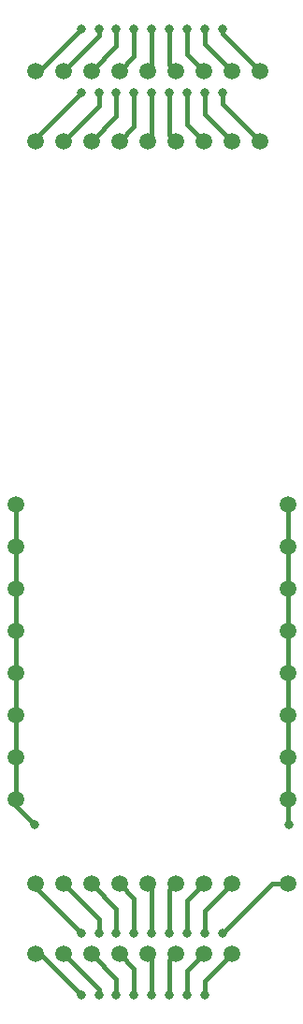
<source format=gbr>
G04 #@! TF.GenerationSoftware,KiCad,Pcbnew,5.0.2-bee76a0~70~ubuntu18.04.1*
G04 #@! TF.CreationDate,2019-05-09T10:06:10+02:00*
G04 #@! TF.ProjectId,breadboard,62726561-6462-46f6-9172-642e6b696361,rev?*
G04 #@! TF.SameCoordinates,Original*
G04 #@! TF.FileFunction,Copper,L1,Top*
G04 #@! TF.FilePolarity,Positive*
%FSLAX46Y46*%
G04 Gerber Fmt 4.6, Leading zero omitted, Abs format (unit mm)*
G04 Created by KiCad (PCBNEW 5.0.2-bee76a0~70~ubuntu18.04.1) date jeu. 09 mai 2019 10:06:10 CEST*
%MOMM*%
%LPD*%
G01*
G04 APERTURE LIST*
G04 #@! TA.AperFunction,BGAPad,CuDef*
%ADD10C,1.500000*%
G04 #@! TD*
G04 #@! TA.AperFunction,ViaPad*
%ADD11C,0.800000*%
G04 #@! TD*
G04 #@! TA.AperFunction,Conductor*
%ADD12C,0.400000*%
G04 #@! TD*
G04 APERTURE END LIST*
D10*
G04 #@! TO.P,TP38,1*
G04 #@! TO.N,Net-(P2-Pad19)*
X111760000Y-70358000D03*
G04 #@! TD*
G04 #@! TO.P,TP50,1*
G04 #@! TO.N,Net-(P2-Pad32)*
X104140000Y-64008000D03*
G04 #@! TD*
G04 #@! TO.P,TP49,1*
G04 #@! TO.N,Net-(P2-Pad28)*
X106680000Y-64008000D03*
G04 #@! TD*
G04 #@! TO.P,TP48,1*
G04 #@! TO.N,Net-(P2-Pad24)*
X109220000Y-64008000D03*
G04 #@! TD*
G04 #@! TO.P,TP47,1*
G04 #@! TO.N,Net-(P2-Pad20)*
X111760000Y-64008000D03*
G04 #@! TD*
G04 #@! TO.P,TP46,1*
G04 #@! TO.N,Net-(P2-Pad16)*
X114300000Y-64008000D03*
G04 #@! TD*
G04 #@! TO.P,TP45,1*
G04 #@! TO.N,Net-(P2-Pad12)*
X116840000Y-64008000D03*
G04 #@! TD*
G04 #@! TO.P,TP44,1*
G04 #@! TO.N,Net-(P2-Pad8)*
X119380000Y-64008000D03*
G04 #@! TD*
G04 #@! TO.P,TP43,1*
G04 #@! TO.N,Net-(P2-Pad4)*
X121920000Y-64008000D03*
G04 #@! TD*
G04 #@! TO.P,TP42,1*
G04 #@! TO.N,Net-(P2-Pad35)*
X101600000Y-70358000D03*
G04 #@! TD*
G04 #@! TO.P,TP41,1*
G04 #@! TO.N,Net-(P2-Pad31)*
X104140000Y-70358000D03*
G04 #@! TD*
G04 #@! TO.P,TP40,1*
G04 #@! TO.N,Net-(P2-Pad27)*
X106680000Y-70358000D03*
G04 #@! TD*
G04 #@! TO.P,TP39,1*
G04 #@! TO.N,Net-(P2-Pad23)*
X109220000Y-70358000D03*
G04 #@! TD*
G04 #@! TO.P,TP37,1*
G04 #@! TO.N,Net-(P2-Pad15)*
X114300000Y-70358000D03*
G04 #@! TD*
G04 #@! TO.P,TP36,1*
G04 #@! TO.N,Net-(P2-Pad11)*
X116840000Y-70358000D03*
G04 #@! TD*
G04 #@! TO.P,TP35,1*
G04 #@! TO.N,Net-(P2-Pad7)*
X119380000Y-70358000D03*
G04 #@! TD*
G04 #@! TO.P,TP34,1*
G04 #@! TO.N,Net-(P2-Pad3)*
X121920000Y-70358000D03*
G04 #@! TD*
G04 #@! TO.P,TP51,1*
G04 #@! TO.N,Net-(P2-Pad36)*
X101600000Y-64008000D03*
G04 #@! TD*
G04 #@! TO.P,TP32,1*
G04 #@! TO.N,+3V3*
X99822000Y-118491000D03*
G04 #@! TD*
G04 #@! TO.P,TP31,1*
G04 #@! TO.N,+3V3*
X99822000Y-107061000D03*
G04 #@! TD*
G04 #@! TO.P,TP30,1*
G04 #@! TO.N,+3V3*
X99822000Y-122301000D03*
G04 #@! TD*
G04 #@! TO.P,TP29,1*
G04 #@! TO.N,+3V3*
X99822000Y-126111000D03*
G04 #@! TD*
G04 #@! TO.P,TP28,1*
G04 #@! TO.N,+3V3*
X99822000Y-110871000D03*
G04 #@! TD*
G04 #@! TO.P,TP27,1*
G04 #@! TO.N,+3V3*
X99822000Y-129921000D03*
G04 #@! TD*
G04 #@! TO.P,TP26,1*
G04 #@! TO.N,+3V3*
X99822000Y-114681000D03*
G04 #@! TD*
G04 #@! TO.P,TP24,1*
G04 #@! TO.N,GNDA*
X124460000Y-114681000D03*
G04 #@! TD*
G04 #@! TO.P,TP23,1*
G04 #@! TO.N,GNDA*
X124460000Y-107061000D03*
G04 #@! TD*
G04 #@! TO.P,TP22,1*
G04 #@! TO.N,GNDA*
X124460000Y-103251000D03*
G04 #@! TD*
G04 #@! TO.P,TP21,1*
G04 #@! TO.N,GNDA*
X124460000Y-118491000D03*
G04 #@! TD*
G04 #@! TO.P,TP20,1*
G04 #@! TO.N,GNDA*
X124460000Y-110871000D03*
G04 #@! TD*
G04 #@! TO.P,TP19,1*
G04 #@! TO.N,GNDA*
X124460000Y-122301000D03*
G04 #@! TD*
G04 #@! TO.P,TP33,1*
G04 #@! TO.N,+3V3*
X99822000Y-103251000D03*
G04 #@! TD*
G04 #@! TO.P,TP18,1*
G04 #@! TO.N,GNDA*
X124460000Y-129921000D03*
G04 #@! TD*
G04 #@! TO.P,TP25,1*
G04 #@! TO.N,GNDA*
X124460000Y-126111000D03*
G04 #@! TD*
G04 #@! TO.P,TP17,1*
G04 #@! TO.N,Net-(P1-Pad36)*
X101600000Y-137541000D03*
G04 #@! TD*
G04 #@! TO.P,TP16,1*
G04 #@! TO.N,Net-(P1-Pad32)*
X104140000Y-137541000D03*
G04 #@! TD*
G04 #@! TO.P,TP15,1*
G04 #@! TO.N,Net-(P1-Pad28)*
X106680000Y-137541000D03*
G04 #@! TD*
G04 #@! TO.P,TP14,1*
G04 #@! TO.N,Net-(P1-Pad24)*
X109220000Y-137541000D03*
G04 #@! TD*
G04 #@! TO.P,TP13,1*
G04 #@! TO.N,Net-(P1-Pad20)*
X111760000Y-137541000D03*
G04 #@! TD*
G04 #@! TO.P,TP12,1*
G04 #@! TO.N,Net-(P1-Pad16)*
X114300000Y-137541000D03*
G04 #@! TD*
G04 #@! TO.P,TP11,1*
G04 #@! TO.N,Net-(P1-Pad12)*
X116840000Y-137541000D03*
G04 #@! TD*
G04 #@! TO.P,TP10,1*
G04 #@! TO.N,Net-(P1-Pad8)*
X119380000Y-137541000D03*
G04 #@! TD*
G04 #@! TO.P,TP9,1*
G04 #@! TO.N,Net-(P1-Pad35)*
X101600000Y-143891000D03*
G04 #@! TD*
G04 #@! TO.P,TP8,1*
G04 #@! TO.N,Net-(P1-Pad31)*
X104140000Y-143891000D03*
G04 #@! TD*
G04 #@! TO.P,TP7,1*
G04 #@! TO.N,Net-(P1-Pad27)*
X106680000Y-143891000D03*
G04 #@! TD*
G04 #@! TO.P,TP6,1*
G04 #@! TO.N,Net-(P1-Pad23)*
X109220000Y-143891000D03*
G04 #@! TD*
G04 #@! TO.P,TP5,1*
G04 #@! TO.N,Net-(P1-Pad19)*
X111760000Y-143891000D03*
G04 #@! TD*
G04 #@! TO.P,TP4,1*
G04 #@! TO.N,Net-(P1-Pad15)*
X114300000Y-143891000D03*
G04 #@! TD*
G04 #@! TO.P,TP3,1*
G04 #@! TO.N,Net-(P1-Pad11)*
X116840000Y-143891000D03*
G04 #@! TD*
G04 #@! TO.P,TP2,1*
G04 #@! TO.N,Net-(P1-Pad7)*
X119380000Y-143891000D03*
G04 #@! TD*
G04 #@! TO.P,TP1,1*
G04 #@! TO.N,Net-(P1-Pad4)*
X124460000Y-137541000D03*
G04 #@! TD*
D11*
G04 #@! TO.N,GNDA*
X124551017Y-132211027D03*
G04 #@! TO.N,Net-(P1-Pad7)*
X116951017Y-147611027D03*
G04 #@! TO.N,Net-(P1-Pad19)*
X112151017Y-147611027D03*
G04 #@! TO.N,Net-(P1-Pad11)*
X115351017Y-147611027D03*
G04 #@! TO.N,Net-(P1-Pad15)*
X113751017Y-147611027D03*
G04 #@! TO.N,Net-(P1-Pad23)*
X110551017Y-147611027D03*
G04 #@! TO.N,Net-(P1-Pad27)*
X108951017Y-147611027D03*
G04 #@! TO.N,Net-(P1-Pad28)*
X108951017Y-142011027D03*
G04 #@! TO.N,Net-(P1-Pad8)*
X116951017Y-142011027D03*
G04 #@! TO.N,Net-(P1-Pad4)*
X118551017Y-142011027D03*
G04 #@! TO.N,Net-(P1-Pad16)*
X113751017Y-142011027D03*
G04 #@! TO.N,Net-(P1-Pad12)*
X115351017Y-142011027D03*
G04 #@! TO.N,Net-(P1-Pad24)*
X110551017Y-142011027D03*
G04 #@! TO.N,Net-(P1-Pad20)*
X112151017Y-142011027D03*
G04 #@! TO.N,Net-(P1-Pad31)*
X107351017Y-147611027D03*
G04 #@! TO.N,Net-(P1-Pad35)*
X105751017Y-147611027D03*
G04 #@! TO.N,Net-(P1-Pad32)*
X107351017Y-142011027D03*
G04 #@! TO.N,+3V3*
X101551017Y-132211027D03*
G04 #@! TO.N,Net-(P1-Pad36)*
X105751017Y-142011027D03*
G04 #@! TO.N,Net-(P2-Pad36)*
X105751017Y-60211027D03*
G04 #@! TO.N,Net-(P2-Pad32)*
X107351017Y-60211027D03*
G04 #@! TO.N,Net-(P2-Pad35)*
X105751017Y-66011027D03*
G04 #@! TO.N,Net-(P2-Pad31)*
X107351017Y-66011027D03*
G04 #@! TO.N,Net-(P2-Pad20)*
X112151017Y-60211027D03*
G04 #@! TO.N,Net-(P2-Pad24)*
X110551017Y-60211027D03*
G04 #@! TO.N,Net-(P2-Pad12)*
X115351017Y-60211027D03*
G04 #@! TO.N,Net-(P2-Pad16)*
X113751017Y-60211027D03*
G04 #@! TO.N,Net-(P2-Pad4)*
X118551017Y-60211027D03*
G04 #@! TO.N,Net-(P2-Pad8)*
X116951017Y-60211027D03*
G04 #@! TO.N,Net-(P2-Pad28)*
X108951017Y-60211027D03*
G04 #@! TO.N,Net-(P2-Pad27)*
X108951017Y-66011027D03*
G04 #@! TO.N,Net-(P2-Pad23)*
X110551017Y-66011027D03*
G04 #@! TO.N,Net-(P2-Pad15)*
X113751017Y-66011027D03*
G04 #@! TO.N,Net-(P2-Pad11)*
X115351017Y-66011027D03*
G04 #@! TO.N,Net-(P2-Pad19)*
X112151017Y-66011027D03*
G04 #@! TO.N,Net-(P2-Pad7)*
X116951017Y-66011027D03*
G04 #@! TO.N,Net-(P2-Pad3)*
X118551017Y-66011027D03*
G04 #@! TD*
D12*
G04 #@! TO.N,GNDA*
X124460000Y-132120010D02*
X124551017Y-132211027D01*
X124460000Y-103251000D02*
X124460000Y-132120010D01*
G04 #@! TO.N,Net-(P1-Pad7)*
X116951017Y-146319983D02*
X119380000Y-143891000D01*
X116951017Y-147611027D02*
X116951017Y-146319983D01*
G04 #@! TO.N,Net-(P1-Pad19)*
X112151017Y-144282017D02*
X111760000Y-143891000D01*
X112151017Y-147611027D02*
X112151017Y-144282017D01*
G04 #@! TO.N,Net-(P1-Pad11)*
X115351017Y-145379983D02*
X116840000Y-143891000D01*
X115351017Y-147611027D02*
X115351017Y-145379983D01*
G04 #@! TO.N,Net-(P1-Pad15)*
X113751017Y-144439983D02*
X114300000Y-143891000D01*
X113751017Y-147611027D02*
X113751017Y-144439983D01*
G04 #@! TO.N,Net-(P1-Pad23)*
X110551017Y-145222017D02*
X109220000Y-143891000D01*
X110551017Y-147611027D02*
X110551017Y-145222017D01*
G04 #@! TO.N,Net-(P1-Pad27)*
X108951017Y-146162017D02*
X106680000Y-143891000D01*
X108951017Y-147611027D02*
X108951017Y-146162017D01*
G04 #@! TO.N,Net-(P1-Pad28)*
X108951017Y-139812017D02*
X106680000Y-137541000D01*
X108951017Y-142011027D02*
X108951017Y-139812017D01*
G04 #@! TO.N,Net-(P1-Pad8)*
X116951017Y-139969983D02*
X119380000Y-137541000D01*
X116951017Y-142011027D02*
X116951017Y-139969983D01*
G04 #@! TO.N,Net-(P1-Pad4)*
X123021044Y-137541000D02*
X124460000Y-137541000D01*
X118551017Y-142011027D02*
X123021044Y-137541000D01*
G04 #@! TO.N,Net-(P1-Pad16)*
X113751017Y-138089983D02*
X114300000Y-137541000D01*
X113751017Y-142011027D02*
X113751017Y-138089983D01*
G04 #@! TO.N,Net-(P1-Pad12)*
X115351017Y-139029983D02*
X116840000Y-137541000D01*
X115351017Y-142011027D02*
X115351017Y-139029983D01*
G04 #@! TO.N,Net-(P1-Pad24)*
X110551017Y-138872017D02*
X109220000Y-137541000D01*
X110551017Y-142011027D02*
X110551017Y-138872017D01*
G04 #@! TO.N,Net-(P1-Pad20)*
X112151017Y-137932017D02*
X111760000Y-137541000D01*
X112151017Y-142011027D02*
X112151017Y-137932017D01*
G04 #@! TO.N,Net-(P1-Pad31)*
X107351017Y-147102017D02*
X107351017Y-147611027D01*
X104140000Y-143891000D02*
X107351017Y-147102017D01*
G04 #@! TO.N,Net-(P1-Pad35)*
X102030990Y-143891000D02*
X101600000Y-143891000D01*
X105751017Y-147611027D02*
X102030990Y-143891000D01*
G04 #@! TO.N,Net-(P1-Pad32)*
X107351017Y-140752017D02*
X104140000Y-137541000D01*
X107351017Y-142011027D02*
X107351017Y-140752017D01*
G04 #@! TO.N,+3V3*
X99773017Y-129969983D02*
X99822000Y-129921000D01*
X99822000Y-103251000D02*
X99822000Y-129921000D01*
X99822000Y-129921000D02*
X99822000Y-130482010D01*
X99822000Y-130482010D02*
X101551017Y-132211027D01*
G04 #@! TO.N,Net-(P1-Pad36)*
X101600000Y-137860010D02*
X101600000Y-137541000D01*
X105751017Y-142011027D02*
X101600000Y-137860010D01*
G04 #@! TO.N,Net-(P2-Pad36)*
X101954044Y-64008000D02*
X101600000Y-64008000D01*
X105751017Y-60211027D02*
X101954044Y-64008000D01*
G04 #@! TO.N,Net-(P2-Pad32)*
X107351017Y-60796983D02*
X104140000Y-64008000D01*
X107351017Y-60211027D02*
X107351017Y-60796983D01*
G04 #@! TO.N,Net-(P2-Pad35)*
X101600000Y-70162044D02*
X101600000Y-70358000D01*
X105751017Y-66011027D02*
X101600000Y-70162044D01*
G04 #@! TO.N,Net-(P2-Pad31)*
X107351017Y-67146983D02*
X104140000Y-70358000D01*
X107351017Y-66011027D02*
X107351017Y-67146983D01*
G04 #@! TO.N,Net-(P2-Pad20)*
X112151017Y-63616983D02*
X111760000Y-64008000D01*
X112151017Y-60211027D02*
X112151017Y-63616983D01*
G04 #@! TO.N,Net-(P2-Pad24)*
X110551017Y-62676983D02*
X109220000Y-64008000D01*
X110551017Y-60211027D02*
X110551017Y-62676983D01*
G04 #@! TO.N,Net-(P2-Pad12)*
X115351017Y-62519017D02*
X116840000Y-64008000D01*
X115351017Y-60211027D02*
X115351017Y-62519017D01*
G04 #@! TO.N,Net-(P2-Pad16)*
X113751017Y-63459017D02*
X114300000Y-64008000D01*
X113751017Y-60211027D02*
X113751017Y-63459017D01*
G04 #@! TO.N,Net-(P2-Pad4)*
X118551017Y-60639017D02*
X118551017Y-60211027D01*
X121920000Y-64008000D02*
X118551017Y-60639017D01*
G04 #@! TO.N,Net-(P2-Pad8)*
X116951017Y-61579017D02*
X119380000Y-64008000D01*
X116951017Y-60211027D02*
X116951017Y-61579017D01*
G04 #@! TO.N,Net-(P2-Pad28)*
X108951017Y-61736983D02*
X106680000Y-64008000D01*
X108951017Y-60211027D02*
X108951017Y-61736983D01*
G04 #@! TO.N,Net-(P2-Pad27)*
X108951017Y-68086983D02*
X106680000Y-70358000D01*
X108951017Y-66011027D02*
X108951017Y-68086983D01*
G04 #@! TO.N,Net-(P2-Pad23)*
X110551017Y-69026983D02*
X109220000Y-70358000D01*
X110551017Y-66011027D02*
X110551017Y-69026983D01*
G04 #@! TO.N,Net-(P2-Pad15)*
X113751017Y-69809017D02*
X114300000Y-70358000D01*
X113751017Y-66011027D02*
X113751017Y-69809017D01*
G04 #@! TO.N,Net-(P2-Pad11)*
X115351017Y-68869017D02*
X116840000Y-70358000D01*
X115351017Y-66011027D02*
X115351017Y-68869017D01*
G04 #@! TO.N,Net-(P2-Pad19)*
X112151017Y-69966983D02*
X111760000Y-70358000D01*
X112151017Y-66011027D02*
X112151017Y-69966983D01*
G04 #@! TO.N,Net-(P2-Pad7)*
X116951017Y-67929017D02*
X119380000Y-70358000D01*
X116951017Y-66011027D02*
X116951017Y-67929017D01*
G04 #@! TO.N,Net-(P2-Pad3)*
X118551017Y-66989017D02*
X121920000Y-70358000D01*
X118551017Y-66011027D02*
X118551017Y-66989017D01*
G04 #@! TD*
M02*

</source>
